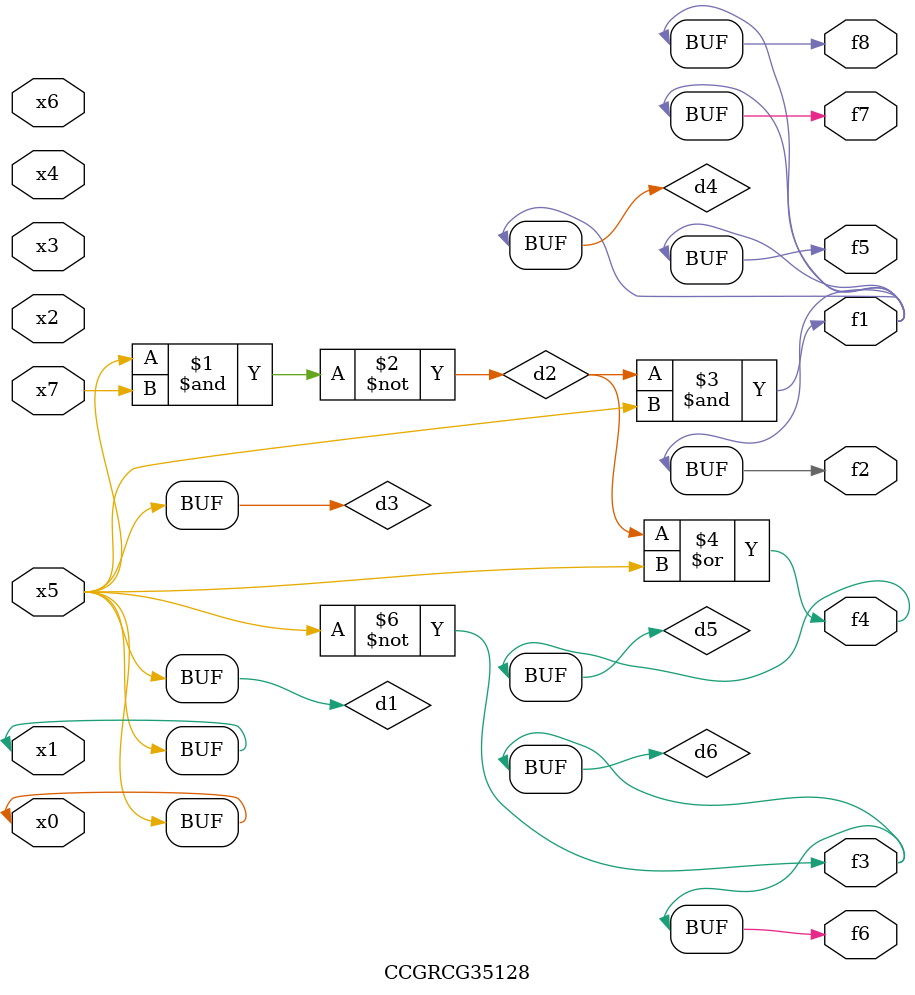
<source format=v>
module CCGRCG35128(
	input x0, x1, x2, x3, x4, x5, x6, x7,
	output f1, f2, f3, f4, f5, f6, f7, f8
);

	wire d1, d2, d3, d4, d5, d6;

	buf (d1, x0, x5);
	nand (d2, x5, x7);
	buf (d3, x0, x1);
	and (d4, d2, d3);
	or (d5, d2, d3);
	nor (d6, d1, d3);
	assign f1 = d4;
	assign f2 = d4;
	assign f3 = d6;
	assign f4 = d5;
	assign f5 = d4;
	assign f6 = d6;
	assign f7 = d4;
	assign f8 = d4;
endmodule

</source>
